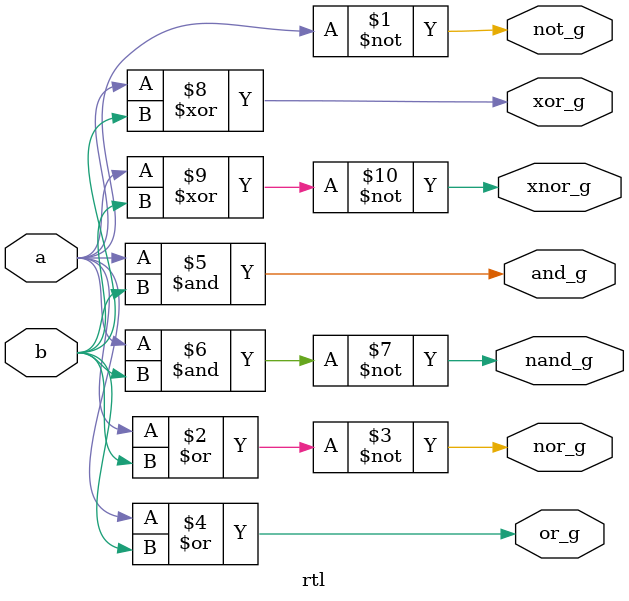
<source format=v>
module rtl(a,b,not_g,nor_g,or_g,and_g,nand_g,xor_g,xnor_g);
    input a,b;
    output not_g,nor_g,or_g,and_g,nand_g,xor_g,xnor_g;

    assign not_g=~a;
    assign nor_g=~(a|b);
    assign or_g=a|b;
    assign and_g=a&b;
    assign nand_g=~(a&b);
    assign xor_g=a^b;
    assign xnor_g=~(a^b);

endmodule
</source>
